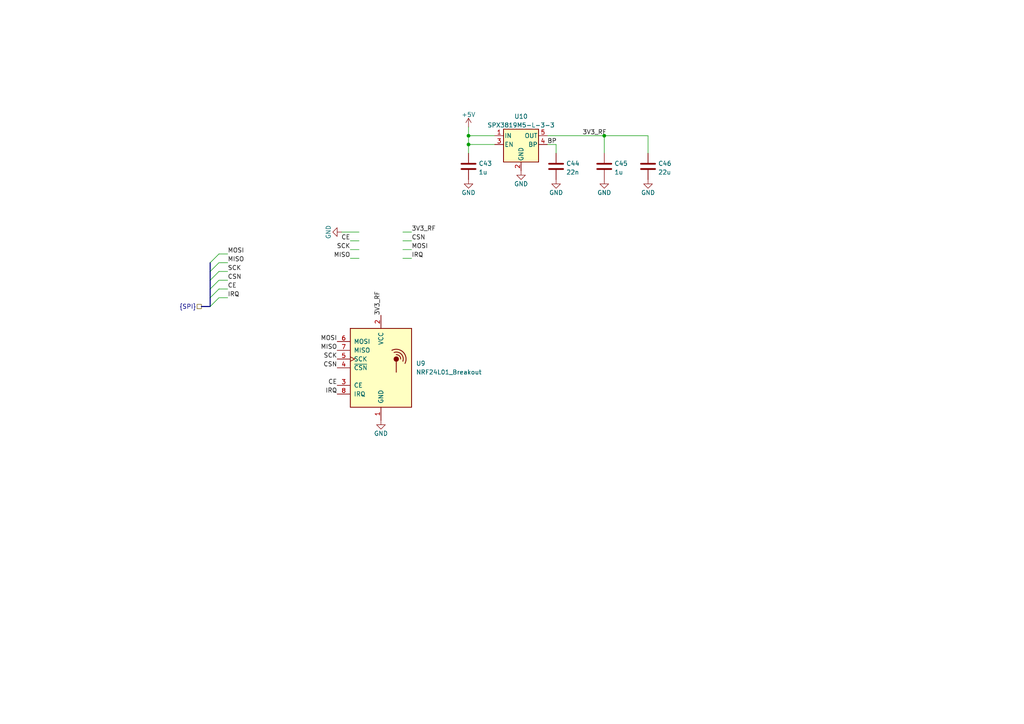
<source format=kicad_sch>
(kicad_sch (version 20230121) (generator eeschema)
  (paper "A4")
  (lib_symbols
    (symbol "Device:C" (pin_numbers hide) (pin_names (offset 0.254))
      (property "Reference" "C" (at 0.635 2.54 0))
      (property "Value" "C" (at 0.635 -2.54 0))
      (symbol "C_0_1"
        (polyline (pts (xy -2.032 -0.762) (xy 2.032 -0.762)) (stroke (width 0.508)))
        (polyline (pts (xy -2.032 0.762) (xy 2.032 0.762)) (stroke (width 0.508)))
      )
      (symbol "C_1_1"
        (pin passive line (at 0 3.81 270) (length 2.794) (name "~") (number "1"))
        (pin passive line (at 0 -3.81 90) (length 2.794) (name "~") (number "2"))
      )
    )
    (symbol "RF:NRF24L01_Breakout" (pin_names (offset 1.016))
      (property "Reference" "U" (at -8.89 12.7 0))
      (property "Value" "NRF24L01_Breakout" (at 3.81 12.7 0))
      (symbol "NRF24L01_Breakout_0_1"
        (rectangle (start -8.89 11.43) (end 8.89 -11.43) (stroke (width 0.254)) (fill (type background)))
        (polyline (pts (xy 4.445 1.905) (xy 4.445 -1.27)) (stroke (width 0.254)))
        (circle (center 4.445 2.54) (radius 0.635) (stroke (width 0.254)) (fill (type outline)))
        (arc (start 5.715 2.54) (mid 5.3521 3.4546) (end 4.445 3.81) (stroke (width 0.254)))
        (arc (start 6.35 1.905) (mid 5.8763 3.9854) (end 3.81 4.445) (stroke (width 0.254)))
        (arc (start 6.985 1.27) (mid 6.453 4.548) (end 3.175 5.08) (stroke (width 0.254)))
      )
      (symbol "NRF24L01_Breakout_1_1"
        (pin power_in line (at 0 -15.24 90) (length 3.81) (name "GND") (number "1"))
        (pin power_in line (at 0 15.24 270) (length 3.81) (name "VCC") (number "2"))
        (pin input line (at -12.7 -5.08 0) (length 3.81) (name "CE") (number "3"))
        (pin input line (at -12.7 0 0) (length 3.81) (name "~{CSN}") (number "4"))
        (pin input clock (at -12.7 2.54 0) (length 3.81) (name "SCK") (number "5"))
        (pin input line (at -12.7 7.62 0) (length 3.81) (name "MOSI") (number "6"))
        (pin output line (at -12.7 5.08 0) (length 3.81) (name "MISO") (number "7"))
        (pin output line (at -12.7 -7.62 0) (length 3.81) (name "IRQ") (number "8"))
      )
    )
    (symbol "Regulator_Linear:SPX3819M5-L-3-3" (pin_names (offset 0.254))
      (property "Reference" "U" (at -3.81 5.715 0))
      (property "Value" "SPX3819M5-L-3-3" (at 0 5.715 0))
      (symbol "SPX3819M5-L-3-3_0_1"
        (rectangle (start -5.08 4.445) (end 5.08 -5.08) (stroke (width 0.254)) (fill (type background)))
      )
      (symbol "SPX3819M5-L-3-3_1_1"
        (pin power_in line (at -7.62 2.54 0) (length 2.54) (name "IN") (number "1"))
        (pin power_in line (at 0 -7.62 90) (length 2.54) (name "GND") (number "2"))
        (pin input line (at -7.62 0 0) (length 2.54) (name "EN") (number "3"))
        (pin input line (at 7.62 0 180) (length 2.54) (name "BP") (number "4"))
        (pin power_out line (at 7.62 2.54 180) (length 2.54) (name "OUT") (number "5"))
      )
    )
    (symbol "power:+5V" (power) (pin_names (offset 0))
      (property "Value" "+5V" (at 0 3.556 0))
      (symbol "+5V_0_1"
        (polyline (pts (xy -0.762 1.27) (xy 0 2.54)))
        (polyline (pts (xy 0 0) (xy 0 2.54)))
        (polyline (pts (xy 0 2.54) (xy 0.762 1.27)))
      )
      (symbol "+5V_1_1"
        (pin power_in line (at 0 0 90) (length 0) hide (name "+5V") (number "1"))
      )
    )
    (symbol "power:GND" (power) (pin_names (offset 0))
      (property "Value" "GND" (at 0 -3.81 0))
      (symbol "GND_0_1"
        (polyline (pts (xy 0 0) (xy 0 -1.27) (xy 1.27 -1.27) (xy 0 -2.54) (xy -1.27 -1.27) (xy 0 -1.27)))
      )
      (symbol "GND_1_1"
        (pin power_in line (at 0 0 270) (length 0) hide (name "GND") (number "1"))
      )
    )
  )
  (junction (at 135.89 39.37))
  (junction (at 135.89 41.91))
  (junction (at 175.26 39.37))
  (bus_entry (at 60.96 76.2) (size 2.54 -2.54))
  (bus_entry (at 60.96 78.74) (size 2.54 -2.54))
  (bus_entry (at 60.96 81.28) (size 2.54 -2.54))
  (bus_entry (at 60.96 86.36) (size 2.54 -2.54))
  (bus_entry (at 60.96 88.9) (size 2.54 -2.54))
  (bus_entry (at 60.96 83.82) (size 2.54 -2.54))
  (bus (pts (xy 60.96 86.36) (xy 60.96 88.9)))
  (wire (pts (xy 161.29 41.91) (xy 158.75 41.91)))
  (wire (pts (xy 143.51 39.37) (xy 135.89 39.37)))
  (wire (pts (xy 119.38 72.39) (xy 116.84 72.39)))
  (wire (pts (xy 119.38 74.93) (xy 116.84 74.93)))
  (wire (pts (xy 101.6 72.39) (xy 104.14 72.39)))
  (wire (pts (xy 66.04 81.28) (xy 63.5 81.28)))
  (bus (pts (xy 60.96 81.28) (xy 60.96 83.82)))
  (wire (pts (xy 135.89 41.91) (xy 143.51 41.91)))
  (wire (pts (xy 66.04 86.36) (xy 63.5 86.36)))
  (wire (pts (xy 135.89 36.83) (xy 135.89 39.37)))
  (wire (pts (xy 119.38 67.31) (xy 116.84 67.31)))
  (wire (pts (xy 135.89 41.91) (xy 135.89 44.45)))
  (wire (pts (xy 119.38 69.85) (xy 116.84 69.85)))
  (bus (pts (xy 60.96 76.2) (xy 60.96 78.74)))
  (wire (pts (xy 66.04 76.2) (xy 63.5 76.2)))
  (wire (pts (xy 66.04 83.82) (xy 63.5 83.82)))
  (wire (pts (xy 187.96 44.45) (xy 187.96 39.37)))
  (wire (pts (xy 99.06 67.31) (xy 104.14 67.31)))
  (wire (pts (xy 101.6 69.85) (xy 104.14 69.85)))
  (wire (pts (xy 66.04 78.74) (xy 63.5 78.74)))
  (bus (pts (xy 60.96 78.74) (xy 60.96 81.28)))
  (wire (pts (xy 187.96 39.37) (xy 175.26 39.37)))
  (bus (pts (xy 58.42 88.9) (xy 60.96 88.9)))
  (wire (pts (xy 135.89 39.37) (xy 135.89 41.91)))
  (wire (pts (xy 158.75 39.37) (xy 175.26 39.37)))
  (wire (pts (xy 101.6 74.93) (xy 104.14 74.93)))
  (wire (pts (xy 161.29 44.45) (xy 161.29 41.91)))
  (wire (pts (xy 66.04 73.66) (xy 63.5 73.66)))
  (wire (pts (xy 175.26 39.37) (xy 175.26 44.45)))
  (bus (pts (xy 60.96 83.82) (xy 60.96 86.36)))
  (label "MISO" (at 101.6 74.93 180))
  (label "SCK" (at 66.04 78.74 0))
  (label "IRQ" (at 97.79 114.3 180))
  (label "CSN" (at 119.38 69.85 0))
  (label "CSN" (at 97.79 106.68 180))
  (label "CE" (at 66.04 83.82 0))
  (label "MOSI" (at 66.04 73.66 0))
  (label "SCK" (at 101.6 72.39 180))
  (label "3V3_RF" (at 168.91 39.37 0))
  (label "MISO" (at 97.79 101.6 180))
  (label "CE" (at 97.79 111.76 180))
  (label "3V3_RF" (at 119.38 67.31 0))
  (label "MISO" (at 66.04 76.2 0))
  (label "IRQ" (at 119.38 74.93 0))
  (label "CSN" (at 66.04 81.28 0))
  (label "3V3_RF" (at 110.49 91.44 90))
  (label "CE" (at 101.6 69.85 180))
  (label "BP" (at 158.75 41.91 0))
  (label "MOSI" (at 97.79 99.06 180))
  (label "MOSI" (at 119.38 72.39 0))
  (label "IRQ" (at 66.04 86.36 0))
  (label "SCK" (at 97.79 104.14 180))
  (hierarchical_label "{SPI}" (shape passive) (at 58.42 88.9 180))
  (symbol (lib_id "power:GND") (at 135.89 52.07 0) (mirror y) (unit 1)
    (property "Reference" "#PWR0194" (effects hide))
    (property "Value" "GND" (at 135.89 55.88 0))
  )
  (symbol (lib_id "power:GND") (at 99.06 67.31 270) (mirror x) (unit 1)
    (property "Reference" "#PWR0195" (effects hide))
    (property "Value" "GND" (at 95.25 67.31 0))
  )
  (symbol (lib_id "Device:C") (at 187.96 48.26 0) (unit 1)
    (property "Reference" "C46" (at 190.881 47.4253 0) (effects (justify left)))
    (property "Value" "22u" (at 190.881 49.9622 0) (effects (justify left)))
    (property "Footprint" "Capacitor_SMD:C_0805_2012Metric" (effects hide))
  )
  (symbol (lib_id "Regulator_Linear:SPX3819M5-L-3-3") (at 151.13 41.91 0) (unit 1)
    (property "Reference" "U10" (at 151.13 33.7652 0))
    (property "Value" "SPX3819M5-L-3-3" (at 151.13 36.3021 0))
    (property "Footprint" "Package_TO_SOT_SMD:SOT-23-5" (effects hide))
    (property "Datasheet" "https://www.exar.com/content/document.ashx?id=22106&languageid=1033&type=Datasheet&partnumber=SPX3819&filename=SPX3819.pdf&part=SPX3819" (effects hide))
  )
  (symbol (lib_id "RF:NRF24L01_Breakout") (at 110.49 106.68 0) (unit 1)
    (property "Reference" "U9" (at 120.65 105.41 0) (effects (justify left)))
    (property "Value" "NRF24L01_Breakout" (at 120.65 107.95 0) (effects (justify left)))
    (property "Footprint" "project_footprints:nRF24L01_Breakout" (effects hide))
    (property "Datasheet" "http://www.nordicsemi.com/eng/content/download/2730/34105/file/nRF24L01_Product_Specification_v2_0.pdf" (effects hide))
  )
  (symbol (lib_id "power:GND") (at 187.96 52.07 0) (mirror y) (unit 1)
    (property "Reference" "#PWR0189" (effects hide))
    (property "Value" "GND" (at 187.96 55.88 0))
  )
  (symbol (lib_id "power:GND") (at 110.49 121.92 0) (mirror y) (unit 1)
    (property "Reference" "#PWR047" (effects hide))
    (property "Value" "GND" (at 110.49 125.73 0))
  )
  (symbol (lib_id "Device:C") (at 161.29 48.26 0) (mirror y) (unit 1)
    (property "Reference" "C44" (at 164.211 47.4253 0) (effects (justify right)))
    (property "Value" "22n" (at 164.211 49.9622 0) (effects (justify right)))
    (property "Footprint" "Capacitor_SMD:C_0603_1608Metric" (effects hide))
  )
  (symbol (lib_id "power:+5V") (at 135.89 36.83 0) (unit 1)
    (property "Reference" "#PWR0193" (effects hide))
    (property "Value" "+5V" (at 135.89 33.2542 0))
  )
  (symbol (lib_id "power:GND") (at 161.29 52.07 0) (mirror y) (unit 1)
    (property "Reference" "#PWR0191" (effects hide))
    (property "Value" "GND" (at 161.29 55.88 0))
  )
  (symbol (lib_id "Device:C") (at 175.26 48.26 0) (mirror y) (unit 1)
    (property "Reference" "C45" (at 178.181 47.4253 0) (effects (justify right)))
    (property "Value" "1u" (at 178.181 49.9622 0) (effects (justify right)))
    (property "Footprint" "Capacitor_SMD:C_0603_1608Metric" (effects hide))
  )
  (symbol (lib_id "Device:C") (at 135.89 48.26 0) (mirror y) (unit 1)
    (property "Reference" "C43" (at 138.811 47.4253 0) (effects (justify right)))
    (property "Value" "1u" (at 138.811 49.9622 0) (effects (justify right)))
    (property "Footprint" "Capacitor_SMD:C_0603_1608Metric" (effects hide))
  )
  (symbol (lib_id "power:GND") (at 151.13 49.53 0) (mirror y) (unit 1)
    (property "Reference" "#PWR0192" (effects hide))
    (property "Value" "GND" (at 151.13 53.34 0))
  )
  (symbol (lib_id "power:GND") (at 175.26 52.07 0) (mirror y) (unit 1)
    (property "Reference" "#PWR0190" (effects hide))
    (property "Value" "GND" (at 175.26 55.88 0))
  )
)
</source>
